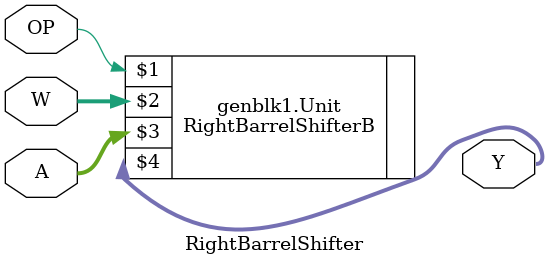
<source format=v>
`timescale 1ns / 1ps

module RightBarrelShifter #
(
    parameter TYPE = 1,
    parameter WIDTH = 32
)
(
    input  wire OP,
    input  wire [$clog2(WIDTH) - 1 : 0] W,
    input  wire [WIDTH         - 1 : 0] A,
    output wire [WIDTH         - 1 : 0] Y
);

generate
    if(TYPE)
    begin
        RightBarrelShifterB #(WIDTH) Unit (OP, W, A, Y);
    end
    else
    begin
        RightBarrelShifterA #(WIDTH) Unit (OP, W, A, Y);
    end
endgenerate

endmodule
</source>
